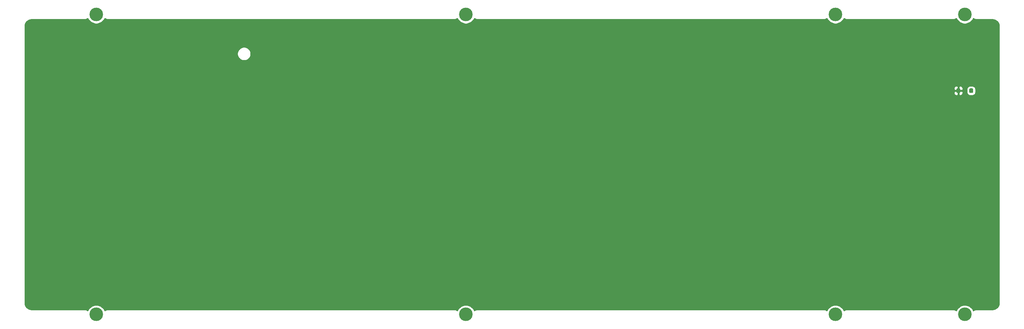
<source format=gbr>
G04 #@! TF.GenerationSoftware,KiCad,Pcbnew,(5.1.10-1-10_14)*
G04 #@! TF.CreationDate,2021-08-22T11:54:37-05:00*
G04 #@! TF.ProjectId,ori_bottom_plate,6f72695f-626f-4747-946f-6d5f706c6174,rev?*
G04 #@! TF.SameCoordinates,Original*
G04 #@! TF.FileFunction,Copper,L1,Top*
G04 #@! TF.FilePolarity,Positive*
%FSLAX46Y46*%
G04 Gerber Fmt 4.6, Leading zero omitted, Abs format (unit mm)*
G04 Created by KiCad (PCBNEW (5.1.10-1-10_14)) date 2021-08-22 11:54:37*
%MOMM*%
%LPD*%
G01*
G04 APERTURE LIST*
G04 #@! TA.AperFunction,ComponentPad*
%ADD10C,3.500000*%
G04 #@! TD*
G04 #@! TA.AperFunction,ViaPad*
%ADD11C,0.500000*%
G04 #@! TD*
G04 #@! TA.AperFunction,Conductor*
%ADD12C,0.250000*%
G04 #@! TD*
G04 #@! TA.AperFunction,Conductor*
%ADD13C,0.254000*%
G04 #@! TD*
G04 #@! TA.AperFunction,Conductor*
%ADD14C,0.100000*%
G04 #@! TD*
G04 APERTURE END LIST*
D10*
X356023442Y-117264265D03*
X356023442Y-39873575D03*
X260773394Y-117264265D03*
X260773394Y-39873575D03*
X165523314Y-117264265D03*
X165523314Y-39873575D03*
G04 #@! TA.AperFunction,SMDPad,CuDef*
G36*
G01*
X388211370Y-59168840D02*
X388211370Y-59868840D01*
G75*
G02*
X387961370Y-60118840I-250000J0D01*
G01*
X387461370Y-60118840D01*
G75*
G02*
X387211370Y-59868840I0J250000D01*
G01*
X387211370Y-59168840D01*
G75*
G02*
X387461370Y-58918840I250000J0D01*
G01*
X387961370Y-58918840D01*
G75*
G02*
X388211370Y-59168840I0J-250000D01*
G01*
G37*
G04 #@! TD.AperFunction*
G04 #@! TA.AperFunction,SMDPad,CuDef*
G36*
G01*
X391511370Y-59168840D02*
X391511370Y-59868840D01*
G75*
G02*
X391261370Y-60118840I-250000J0D01*
G01*
X390761370Y-60118840D01*
G75*
G02*
X390511370Y-59868840I0J250000D01*
G01*
X390511370Y-59168840D01*
G75*
G02*
X390761370Y-58918840I250000J0D01*
G01*
X391261370Y-58918840D01*
G75*
G02*
X391511370Y-59168840I0J-250000D01*
G01*
G37*
G04 #@! TD.AperFunction*
X389360818Y-39873640D03*
X389360818Y-117264200D03*
D11*
X385194165Y-59518840D03*
D12*
X387711370Y-59518840D02*
X385194165Y-59518840D01*
D13*
X353909882Y-41003296D02*
X354170892Y-41393924D01*
X354503093Y-41726125D01*
X354893721Y-41987135D01*
X355327763Y-42166921D01*
X355788540Y-42258575D01*
X356258344Y-42258575D01*
X356719121Y-42166921D01*
X357153163Y-41987135D01*
X357543791Y-41726125D01*
X357875992Y-41393924D01*
X358137002Y-41003296D01*
X358204230Y-40840992D01*
X358253148Y-40880889D01*
X358302967Y-40913988D01*
X358352330Y-40947788D01*
X358360437Y-40952170D01*
X358463022Y-41006716D01*
X358518329Y-41029511D01*
X358573307Y-41053075D01*
X358582111Y-41055800D01*
X358693337Y-41089381D01*
X358751988Y-41100994D01*
X358810525Y-41113437D01*
X358819690Y-41114400D01*
X358935321Y-41125738D01*
X358935325Y-41125738D01*
X358967308Y-41128888D01*
X386416488Y-41128888D01*
X386444470Y-41126132D01*
X386448039Y-41126157D01*
X386457211Y-41125258D01*
X386572758Y-41113114D01*
X386631361Y-41101084D01*
X386690119Y-41089876D01*
X386698941Y-41087212D01*
X386809930Y-41052855D01*
X386865012Y-41029701D01*
X386920536Y-41007268D01*
X386928672Y-41002941D01*
X387030874Y-40947681D01*
X387080442Y-40914246D01*
X387130523Y-40881475D01*
X387137664Y-40875651D01*
X387179890Y-40840719D01*
X387247258Y-41003361D01*
X387508268Y-41393989D01*
X387840469Y-41726190D01*
X388231097Y-41987200D01*
X388665139Y-42166986D01*
X389125916Y-42258640D01*
X389595720Y-42258640D01*
X390056497Y-42166986D01*
X390490539Y-41987200D01*
X390881167Y-41726190D01*
X391213368Y-41393989D01*
X391474378Y-41003361D01*
X391541651Y-40840950D01*
X391590620Y-40880889D01*
X391640439Y-40913988D01*
X391689802Y-40947788D01*
X391697909Y-40952170D01*
X391800494Y-41006716D01*
X391855801Y-41029511D01*
X391910779Y-41053075D01*
X391919583Y-41055800D01*
X392030809Y-41089381D01*
X392089460Y-41100994D01*
X392147997Y-41113437D01*
X392157162Y-41114400D01*
X392272793Y-41125738D01*
X392272808Y-41125738D01*
X392304801Y-41128888D01*
X396472881Y-41128761D01*
X396838861Y-41164646D01*
X397159864Y-41261562D01*
X397455930Y-41418983D01*
X397715777Y-41630909D01*
X397929515Y-41889272D01*
X398088998Y-42184230D01*
X398188154Y-42504552D01*
X398226411Y-42868543D01*
X398226410Y-114255541D01*
X398190524Y-114621531D01*
X398093607Y-114942538D01*
X397936187Y-115238599D01*
X397724259Y-115498448D01*
X397465896Y-115712186D01*
X397170940Y-115871668D01*
X396850618Y-115970824D01*
X396486642Y-116009079D01*
X392305169Y-116008952D01*
X392277177Y-116011708D01*
X392273596Y-116011683D01*
X392264425Y-116012582D01*
X392148877Y-116024726D01*
X392090267Y-116036757D01*
X392031517Y-116047964D01*
X392022695Y-116050628D01*
X391911706Y-116084985D01*
X391856624Y-116108139D01*
X391801100Y-116130572D01*
X391792964Y-116134899D01*
X391690762Y-116190159D01*
X391641171Y-116223609D01*
X391591113Y-116256365D01*
X391583972Y-116262189D01*
X391541746Y-116297121D01*
X391474378Y-116134479D01*
X391213368Y-115743851D01*
X390881167Y-115411650D01*
X390490539Y-115150640D01*
X390056497Y-114970854D01*
X389595720Y-114879200D01*
X389125916Y-114879200D01*
X388665139Y-114970854D01*
X388231097Y-115150640D01*
X387840469Y-115411650D01*
X387508268Y-115743851D01*
X387247258Y-116134479D01*
X387179985Y-116296890D01*
X387131016Y-116256952D01*
X387081212Y-116223863D01*
X387031834Y-116190053D01*
X387023728Y-116185670D01*
X386921142Y-116131125D01*
X386865856Y-116108338D01*
X386810857Y-116084765D01*
X386802054Y-116082040D01*
X386690827Y-116048459D01*
X386632176Y-116036846D01*
X386573639Y-116024403D01*
X386564474Y-116023440D01*
X386448844Y-116012102D01*
X386448837Y-116012102D01*
X386416854Y-116008952D01*
X358967776Y-116009017D01*
X358939804Y-116011772D01*
X358936225Y-116011747D01*
X358927054Y-116012646D01*
X358811506Y-116024790D01*
X358752896Y-116036821D01*
X358694146Y-116048028D01*
X358685324Y-116050692D01*
X358574335Y-116085049D01*
X358519253Y-116108203D01*
X358463729Y-116130636D01*
X358455593Y-116134963D01*
X358353391Y-116190223D01*
X358303800Y-116223673D01*
X358253742Y-116256429D01*
X358246601Y-116262253D01*
X358204371Y-116297188D01*
X358137002Y-116134544D01*
X357875992Y-115743916D01*
X357543791Y-115411715D01*
X357153163Y-115150705D01*
X356719121Y-114970919D01*
X356258344Y-114879265D01*
X355788540Y-114879265D01*
X355327763Y-114970919D01*
X354893721Y-115150705D01*
X354503093Y-115411715D01*
X354170892Y-115743916D01*
X353909882Y-116134544D01*
X353842611Y-116296951D01*
X353793645Y-116257016D01*
X353743841Y-116223927D01*
X353694463Y-116190117D01*
X353686357Y-116185734D01*
X353583771Y-116131189D01*
X353528485Y-116108402D01*
X353473486Y-116084829D01*
X353464683Y-116082104D01*
X353353456Y-116048523D01*
X353294805Y-116036910D01*
X353236268Y-116024467D01*
X353227103Y-116023504D01*
X353111473Y-116012166D01*
X353111458Y-116012166D01*
X353079485Y-116009017D01*
X263717757Y-116008952D01*
X263689775Y-116011708D01*
X263686204Y-116011683D01*
X263677033Y-116012582D01*
X263561485Y-116024726D01*
X263502875Y-116036757D01*
X263444125Y-116047964D01*
X263435303Y-116050628D01*
X263324314Y-116084985D01*
X263269232Y-116108139D01*
X263213708Y-116130572D01*
X263205572Y-116134899D01*
X263103370Y-116190159D01*
X263053779Y-116223609D01*
X263003721Y-116256365D01*
X262996580Y-116262189D01*
X262954311Y-116297157D01*
X262886954Y-116134544D01*
X262625944Y-115743916D01*
X262293743Y-115411715D01*
X261903115Y-115150705D01*
X261469073Y-114970919D01*
X261008296Y-114879265D01*
X260538492Y-114879265D01*
X260077715Y-114970919D01*
X259643673Y-115150705D01*
X259253045Y-115411715D01*
X258920844Y-115743916D01*
X258659834Y-116134544D01*
X258592589Y-116296887D01*
X258543624Y-116256952D01*
X258493820Y-116223863D01*
X258444442Y-116190053D01*
X258436336Y-116185670D01*
X258333750Y-116131125D01*
X258278464Y-116108338D01*
X258223465Y-116084765D01*
X258214662Y-116082040D01*
X258103435Y-116048459D01*
X258044784Y-116036846D01*
X257986247Y-116024403D01*
X257977082Y-116023440D01*
X257861452Y-116012102D01*
X257861446Y-116012102D01*
X257829463Y-116008952D01*
X168467649Y-116009017D01*
X168439677Y-116011772D01*
X168436097Y-116011747D01*
X168426926Y-116012646D01*
X168311378Y-116024790D01*
X168252768Y-116036821D01*
X168194018Y-116048028D01*
X168185196Y-116050692D01*
X168074207Y-116085049D01*
X168019125Y-116108203D01*
X167963601Y-116130636D01*
X167955465Y-116134963D01*
X167853263Y-116190223D01*
X167803672Y-116223673D01*
X167753614Y-116256429D01*
X167746473Y-116262253D01*
X167704243Y-116297188D01*
X167636874Y-116134544D01*
X167375864Y-115743916D01*
X167043663Y-115411715D01*
X166653035Y-115150705D01*
X166218993Y-114970919D01*
X165758216Y-114879265D01*
X165288412Y-114879265D01*
X164827635Y-114970919D01*
X164393593Y-115150705D01*
X164002965Y-115411715D01*
X163670764Y-115743916D01*
X163409754Y-116134544D01*
X163342483Y-116296951D01*
X163293517Y-116257016D01*
X163243713Y-116223927D01*
X163194335Y-116190117D01*
X163186229Y-116185734D01*
X163083643Y-116131189D01*
X163028357Y-116108402D01*
X162973358Y-116084829D01*
X162964555Y-116082104D01*
X162853328Y-116048523D01*
X162794677Y-116036910D01*
X162736140Y-116024467D01*
X162726975Y-116023504D01*
X162611345Y-116012166D01*
X162611336Y-116012166D01*
X162579353Y-116009016D01*
X148886396Y-116009081D01*
X148520399Y-115973194D01*
X148199392Y-115876277D01*
X147903331Y-115718857D01*
X147643482Y-115506929D01*
X147429744Y-115248566D01*
X147270262Y-114953610D01*
X147171106Y-114633288D01*
X147132850Y-114269307D01*
X147132850Y-60118840D01*
X386573298Y-60118840D01*
X386585558Y-60243322D01*
X386621868Y-60363020D01*
X386680833Y-60473334D01*
X386760185Y-60570025D01*
X386856876Y-60649377D01*
X386967190Y-60708342D01*
X387086888Y-60744652D01*
X387211370Y-60756912D01*
X387425620Y-60753840D01*
X387584370Y-60595090D01*
X387584370Y-59645840D01*
X387838370Y-59645840D01*
X387838370Y-60595090D01*
X387997120Y-60753840D01*
X388211370Y-60756912D01*
X388335852Y-60744652D01*
X388455550Y-60708342D01*
X388565864Y-60649377D01*
X388662555Y-60570025D01*
X388741907Y-60473334D01*
X388800872Y-60363020D01*
X388837182Y-60243322D01*
X388849442Y-60118840D01*
X388846370Y-59804590D01*
X388687620Y-59645840D01*
X387838370Y-59645840D01*
X387584370Y-59645840D01*
X386735120Y-59645840D01*
X386576370Y-59804590D01*
X386573298Y-60118840D01*
X147132850Y-60118840D01*
X147132850Y-58918840D01*
X386573298Y-58918840D01*
X386576370Y-59233090D01*
X386735120Y-59391840D01*
X387584370Y-59391840D01*
X387584370Y-58442590D01*
X387838370Y-58442590D01*
X387838370Y-59391840D01*
X388687620Y-59391840D01*
X388846370Y-59233090D01*
X388846998Y-59168840D01*
X389873298Y-59168840D01*
X389873298Y-59868840D01*
X389890362Y-60042094D01*
X389940898Y-60208690D01*
X390022965Y-60362226D01*
X390133408Y-60496802D01*
X390267984Y-60607245D01*
X390421520Y-60689312D01*
X390588116Y-60739848D01*
X390761370Y-60756912D01*
X391261370Y-60756912D01*
X391434624Y-60739848D01*
X391601220Y-60689312D01*
X391754756Y-60607245D01*
X391889332Y-60496802D01*
X391999775Y-60362226D01*
X392081842Y-60208690D01*
X392132378Y-60042094D01*
X392149442Y-59868840D01*
X392149442Y-59168840D01*
X392132378Y-58995586D01*
X392081842Y-58828990D01*
X391999775Y-58675454D01*
X391889332Y-58540878D01*
X391754756Y-58430435D01*
X391601220Y-58348368D01*
X391434624Y-58297832D01*
X391261370Y-58280768D01*
X390761370Y-58280768D01*
X390588116Y-58297832D01*
X390421520Y-58348368D01*
X390267984Y-58430435D01*
X390133408Y-58540878D01*
X390022965Y-58675454D01*
X389940898Y-58828990D01*
X389890362Y-58995586D01*
X389873298Y-59168840D01*
X388846998Y-59168840D01*
X388849442Y-58918840D01*
X388837182Y-58794358D01*
X388800872Y-58674660D01*
X388741907Y-58564346D01*
X388662555Y-58467655D01*
X388565864Y-58388303D01*
X388455550Y-58329338D01*
X388335852Y-58293028D01*
X388211370Y-58280768D01*
X387997120Y-58283840D01*
X387838370Y-58442590D01*
X387584370Y-58442590D01*
X387425620Y-58283840D01*
X387211370Y-58280768D01*
X387086888Y-58293028D01*
X386967190Y-58329338D01*
X386856876Y-58388303D01*
X386760185Y-58467655D01*
X386680833Y-58564346D01*
X386621868Y-58674660D01*
X386585558Y-58794358D01*
X386573298Y-58918840D01*
X147132850Y-58918840D01*
X147132850Y-49823061D01*
X201888474Y-49823061D01*
X201888474Y-50164827D01*
X201955149Y-50500025D01*
X202085937Y-50815775D01*
X202275811Y-51099942D01*
X202517476Y-51341607D01*
X202801643Y-51531481D01*
X203117393Y-51662269D01*
X203452591Y-51728944D01*
X203794357Y-51728944D01*
X204129555Y-51662269D01*
X204445305Y-51531481D01*
X204729472Y-51341607D01*
X204971137Y-51099942D01*
X205161011Y-50815775D01*
X205291799Y-50500025D01*
X205358474Y-50164827D01*
X205358474Y-49823061D01*
X205291799Y-49487863D01*
X205161011Y-49172113D01*
X204971137Y-48887946D01*
X204729472Y-48646281D01*
X204445305Y-48456407D01*
X204129555Y-48325619D01*
X203794357Y-48258944D01*
X203452591Y-48258944D01*
X203117393Y-48325619D01*
X202801643Y-48456407D01*
X202517476Y-48646281D01*
X202275811Y-48887946D01*
X202085937Y-49172113D01*
X201955149Y-49487863D01*
X201888474Y-49823061D01*
X147132850Y-49823061D01*
X147132850Y-42882299D01*
X147168736Y-42516309D01*
X147265652Y-42195306D01*
X147423073Y-41899240D01*
X147634999Y-41639393D01*
X147893362Y-41425655D01*
X148188320Y-41266172D01*
X148508642Y-41167016D01*
X148872628Y-41128759D01*
X162579169Y-41128888D01*
X162607154Y-41126132D01*
X162610727Y-41126157D01*
X162619899Y-41125258D01*
X162735446Y-41113114D01*
X162794049Y-41101084D01*
X162852807Y-41089876D01*
X162861629Y-41087212D01*
X162972618Y-41052855D01*
X163027700Y-41029701D01*
X163083224Y-41007268D01*
X163091360Y-41002941D01*
X163193562Y-40947681D01*
X163243130Y-40914246D01*
X163293211Y-40881475D01*
X163300352Y-40875651D01*
X163342455Y-40840821D01*
X163409754Y-41003296D01*
X163670764Y-41393924D01*
X164002965Y-41726125D01*
X164393593Y-41987135D01*
X164827635Y-42166921D01*
X165288412Y-42258575D01*
X165758216Y-42258575D01*
X166218993Y-42166921D01*
X166653035Y-41987135D01*
X167043663Y-41726125D01*
X167375864Y-41393924D01*
X167636874Y-41003296D01*
X167704175Y-40840817D01*
X167753308Y-40880889D01*
X167803127Y-40913988D01*
X167852490Y-40947788D01*
X167860597Y-40952170D01*
X167963182Y-41006716D01*
X168018489Y-41029511D01*
X168073467Y-41053075D01*
X168082271Y-41055800D01*
X168193497Y-41089381D01*
X168252148Y-41100994D01*
X168310685Y-41113437D01*
X168319850Y-41114400D01*
X168435481Y-41125738D01*
X168435485Y-41125738D01*
X168467468Y-41128888D01*
X257829096Y-41128888D01*
X257857078Y-41126132D01*
X257860647Y-41126157D01*
X257869819Y-41125258D01*
X257985366Y-41113114D01*
X258043969Y-41101084D01*
X258102727Y-41089876D01*
X258111549Y-41087212D01*
X258222538Y-41052855D01*
X258277620Y-41029701D01*
X258333144Y-41007268D01*
X258341280Y-41002941D01*
X258443482Y-40947681D01*
X258493050Y-40914246D01*
X258543131Y-40881475D01*
X258550272Y-40875651D01*
X258592494Y-40840722D01*
X258659834Y-41003296D01*
X258920844Y-41393924D01*
X259253045Y-41726125D01*
X259643673Y-41987135D01*
X260077715Y-42166921D01*
X260538492Y-42258575D01*
X261008296Y-42258575D01*
X261469073Y-42166921D01*
X261903115Y-41987135D01*
X262293743Y-41726125D01*
X262625944Y-41393924D01*
X262886954Y-41003296D01*
X262954215Y-40840914D01*
X263003228Y-40880889D01*
X263053047Y-40913988D01*
X263102410Y-40947788D01*
X263110517Y-40952170D01*
X263213102Y-41006716D01*
X263268409Y-41029511D01*
X263323387Y-41053075D01*
X263332191Y-41055800D01*
X263443417Y-41089381D01*
X263502068Y-41100994D01*
X263560605Y-41113437D01*
X263569770Y-41114400D01*
X263685401Y-41125738D01*
X263685405Y-41125738D01*
X263717388Y-41128888D01*
X353079016Y-41128888D01*
X353106998Y-41126132D01*
X353110567Y-41126157D01*
X353119739Y-41125258D01*
X353235286Y-41113114D01*
X353293889Y-41101084D01*
X353352647Y-41089876D01*
X353361469Y-41087212D01*
X353472458Y-41052855D01*
X353527540Y-41029701D01*
X353583064Y-41007268D01*
X353591200Y-41002941D01*
X353693402Y-40947681D01*
X353742970Y-40914246D01*
X353793051Y-40881475D01*
X353800192Y-40875651D01*
X353842509Y-40840643D01*
X353909882Y-41003296D01*
G04 #@! TA.AperFunction,Conductor*
D14*
G36*
X353909882Y-41003296D02*
G01*
X354170892Y-41393924D01*
X354503093Y-41726125D01*
X354893721Y-41987135D01*
X355327763Y-42166921D01*
X355788540Y-42258575D01*
X356258344Y-42258575D01*
X356719121Y-42166921D01*
X357153163Y-41987135D01*
X357543791Y-41726125D01*
X357875992Y-41393924D01*
X358137002Y-41003296D01*
X358204230Y-40840992D01*
X358253148Y-40880889D01*
X358302967Y-40913988D01*
X358352330Y-40947788D01*
X358360437Y-40952170D01*
X358463022Y-41006716D01*
X358518329Y-41029511D01*
X358573307Y-41053075D01*
X358582111Y-41055800D01*
X358693337Y-41089381D01*
X358751988Y-41100994D01*
X358810525Y-41113437D01*
X358819690Y-41114400D01*
X358935321Y-41125738D01*
X358935325Y-41125738D01*
X358967308Y-41128888D01*
X386416488Y-41128888D01*
X386444470Y-41126132D01*
X386448039Y-41126157D01*
X386457211Y-41125258D01*
X386572758Y-41113114D01*
X386631361Y-41101084D01*
X386690119Y-41089876D01*
X386698941Y-41087212D01*
X386809930Y-41052855D01*
X386865012Y-41029701D01*
X386920536Y-41007268D01*
X386928672Y-41002941D01*
X387030874Y-40947681D01*
X387080442Y-40914246D01*
X387130523Y-40881475D01*
X387137664Y-40875651D01*
X387179890Y-40840719D01*
X387247258Y-41003361D01*
X387508268Y-41393989D01*
X387840469Y-41726190D01*
X388231097Y-41987200D01*
X388665139Y-42166986D01*
X389125916Y-42258640D01*
X389595720Y-42258640D01*
X390056497Y-42166986D01*
X390490539Y-41987200D01*
X390881167Y-41726190D01*
X391213368Y-41393989D01*
X391474378Y-41003361D01*
X391541651Y-40840950D01*
X391590620Y-40880889D01*
X391640439Y-40913988D01*
X391689802Y-40947788D01*
X391697909Y-40952170D01*
X391800494Y-41006716D01*
X391855801Y-41029511D01*
X391910779Y-41053075D01*
X391919583Y-41055800D01*
X392030809Y-41089381D01*
X392089460Y-41100994D01*
X392147997Y-41113437D01*
X392157162Y-41114400D01*
X392272793Y-41125738D01*
X392272808Y-41125738D01*
X392304801Y-41128888D01*
X396472881Y-41128761D01*
X396838861Y-41164646D01*
X397159864Y-41261562D01*
X397455930Y-41418983D01*
X397715777Y-41630909D01*
X397929515Y-41889272D01*
X398088998Y-42184230D01*
X398188154Y-42504552D01*
X398226411Y-42868543D01*
X398226410Y-114255541D01*
X398190524Y-114621531D01*
X398093607Y-114942538D01*
X397936187Y-115238599D01*
X397724259Y-115498448D01*
X397465896Y-115712186D01*
X397170940Y-115871668D01*
X396850618Y-115970824D01*
X396486642Y-116009079D01*
X392305169Y-116008952D01*
X392277177Y-116011708D01*
X392273596Y-116011683D01*
X392264425Y-116012582D01*
X392148877Y-116024726D01*
X392090267Y-116036757D01*
X392031517Y-116047964D01*
X392022695Y-116050628D01*
X391911706Y-116084985D01*
X391856624Y-116108139D01*
X391801100Y-116130572D01*
X391792964Y-116134899D01*
X391690762Y-116190159D01*
X391641171Y-116223609D01*
X391591113Y-116256365D01*
X391583972Y-116262189D01*
X391541746Y-116297121D01*
X391474378Y-116134479D01*
X391213368Y-115743851D01*
X390881167Y-115411650D01*
X390490539Y-115150640D01*
X390056497Y-114970854D01*
X389595720Y-114879200D01*
X389125916Y-114879200D01*
X388665139Y-114970854D01*
X388231097Y-115150640D01*
X387840469Y-115411650D01*
X387508268Y-115743851D01*
X387247258Y-116134479D01*
X387179985Y-116296890D01*
X387131016Y-116256952D01*
X387081212Y-116223863D01*
X387031834Y-116190053D01*
X387023728Y-116185670D01*
X386921142Y-116131125D01*
X386865856Y-116108338D01*
X386810857Y-116084765D01*
X386802054Y-116082040D01*
X386690827Y-116048459D01*
X386632176Y-116036846D01*
X386573639Y-116024403D01*
X386564474Y-116023440D01*
X386448844Y-116012102D01*
X386448837Y-116012102D01*
X386416854Y-116008952D01*
X358967776Y-116009017D01*
X358939804Y-116011772D01*
X358936225Y-116011747D01*
X358927054Y-116012646D01*
X358811506Y-116024790D01*
X358752896Y-116036821D01*
X358694146Y-116048028D01*
X358685324Y-116050692D01*
X358574335Y-116085049D01*
X358519253Y-116108203D01*
X358463729Y-116130636D01*
X358455593Y-116134963D01*
X358353391Y-116190223D01*
X358303800Y-116223673D01*
X358253742Y-116256429D01*
X358246601Y-116262253D01*
X358204371Y-116297188D01*
X358137002Y-116134544D01*
X357875992Y-115743916D01*
X357543791Y-115411715D01*
X357153163Y-115150705D01*
X356719121Y-114970919D01*
X356258344Y-114879265D01*
X355788540Y-114879265D01*
X355327763Y-114970919D01*
X354893721Y-115150705D01*
X354503093Y-115411715D01*
X354170892Y-115743916D01*
X353909882Y-116134544D01*
X353842611Y-116296951D01*
X353793645Y-116257016D01*
X353743841Y-116223927D01*
X353694463Y-116190117D01*
X353686357Y-116185734D01*
X353583771Y-116131189D01*
X353528485Y-116108402D01*
X353473486Y-116084829D01*
X353464683Y-116082104D01*
X353353456Y-116048523D01*
X353294805Y-116036910D01*
X353236268Y-116024467D01*
X353227103Y-116023504D01*
X353111473Y-116012166D01*
X353111458Y-116012166D01*
X353079485Y-116009017D01*
X263717757Y-116008952D01*
X263689775Y-116011708D01*
X263686204Y-116011683D01*
X263677033Y-116012582D01*
X263561485Y-116024726D01*
X263502875Y-116036757D01*
X263444125Y-116047964D01*
X263435303Y-116050628D01*
X263324314Y-116084985D01*
X263269232Y-116108139D01*
X263213708Y-116130572D01*
X263205572Y-116134899D01*
X263103370Y-116190159D01*
X263053779Y-116223609D01*
X263003721Y-116256365D01*
X262996580Y-116262189D01*
X262954311Y-116297157D01*
X262886954Y-116134544D01*
X262625944Y-115743916D01*
X262293743Y-115411715D01*
X261903115Y-115150705D01*
X261469073Y-114970919D01*
X261008296Y-114879265D01*
X260538492Y-114879265D01*
X260077715Y-114970919D01*
X259643673Y-115150705D01*
X259253045Y-115411715D01*
X258920844Y-115743916D01*
X258659834Y-116134544D01*
X258592589Y-116296887D01*
X258543624Y-116256952D01*
X258493820Y-116223863D01*
X258444442Y-116190053D01*
X258436336Y-116185670D01*
X258333750Y-116131125D01*
X258278464Y-116108338D01*
X258223465Y-116084765D01*
X258214662Y-116082040D01*
X258103435Y-116048459D01*
X258044784Y-116036846D01*
X257986247Y-116024403D01*
X257977082Y-116023440D01*
X257861452Y-116012102D01*
X257861446Y-116012102D01*
X257829463Y-116008952D01*
X168467649Y-116009017D01*
X168439677Y-116011772D01*
X168436097Y-116011747D01*
X168426926Y-116012646D01*
X168311378Y-116024790D01*
X168252768Y-116036821D01*
X168194018Y-116048028D01*
X168185196Y-116050692D01*
X168074207Y-116085049D01*
X168019125Y-116108203D01*
X167963601Y-116130636D01*
X167955465Y-116134963D01*
X167853263Y-116190223D01*
X167803672Y-116223673D01*
X167753614Y-116256429D01*
X167746473Y-116262253D01*
X167704243Y-116297188D01*
X167636874Y-116134544D01*
X167375864Y-115743916D01*
X167043663Y-115411715D01*
X166653035Y-115150705D01*
X166218993Y-114970919D01*
X165758216Y-114879265D01*
X165288412Y-114879265D01*
X164827635Y-114970919D01*
X164393593Y-115150705D01*
X164002965Y-115411715D01*
X163670764Y-115743916D01*
X163409754Y-116134544D01*
X163342483Y-116296951D01*
X163293517Y-116257016D01*
X163243713Y-116223927D01*
X163194335Y-116190117D01*
X163186229Y-116185734D01*
X163083643Y-116131189D01*
X163028357Y-116108402D01*
X162973358Y-116084829D01*
X162964555Y-116082104D01*
X162853328Y-116048523D01*
X162794677Y-116036910D01*
X162736140Y-116024467D01*
X162726975Y-116023504D01*
X162611345Y-116012166D01*
X162611336Y-116012166D01*
X162579353Y-116009016D01*
X148886396Y-116009081D01*
X148520399Y-115973194D01*
X148199392Y-115876277D01*
X147903331Y-115718857D01*
X147643482Y-115506929D01*
X147429744Y-115248566D01*
X147270262Y-114953610D01*
X147171106Y-114633288D01*
X147132850Y-114269307D01*
X147132850Y-60118840D01*
X386573298Y-60118840D01*
X386585558Y-60243322D01*
X386621868Y-60363020D01*
X386680833Y-60473334D01*
X386760185Y-60570025D01*
X386856876Y-60649377D01*
X386967190Y-60708342D01*
X387086888Y-60744652D01*
X387211370Y-60756912D01*
X387425620Y-60753840D01*
X387584370Y-60595090D01*
X387584370Y-59645840D01*
X387838370Y-59645840D01*
X387838370Y-60595090D01*
X387997120Y-60753840D01*
X388211370Y-60756912D01*
X388335852Y-60744652D01*
X388455550Y-60708342D01*
X388565864Y-60649377D01*
X388662555Y-60570025D01*
X388741907Y-60473334D01*
X388800872Y-60363020D01*
X388837182Y-60243322D01*
X388849442Y-60118840D01*
X388846370Y-59804590D01*
X388687620Y-59645840D01*
X387838370Y-59645840D01*
X387584370Y-59645840D01*
X386735120Y-59645840D01*
X386576370Y-59804590D01*
X386573298Y-60118840D01*
X147132850Y-60118840D01*
X147132850Y-58918840D01*
X386573298Y-58918840D01*
X386576370Y-59233090D01*
X386735120Y-59391840D01*
X387584370Y-59391840D01*
X387584370Y-58442590D01*
X387838370Y-58442590D01*
X387838370Y-59391840D01*
X388687620Y-59391840D01*
X388846370Y-59233090D01*
X388846998Y-59168840D01*
X389873298Y-59168840D01*
X389873298Y-59868840D01*
X389890362Y-60042094D01*
X389940898Y-60208690D01*
X390022965Y-60362226D01*
X390133408Y-60496802D01*
X390267984Y-60607245D01*
X390421520Y-60689312D01*
X390588116Y-60739848D01*
X390761370Y-60756912D01*
X391261370Y-60756912D01*
X391434624Y-60739848D01*
X391601220Y-60689312D01*
X391754756Y-60607245D01*
X391889332Y-60496802D01*
X391999775Y-60362226D01*
X392081842Y-60208690D01*
X392132378Y-60042094D01*
X392149442Y-59868840D01*
X392149442Y-59168840D01*
X392132378Y-58995586D01*
X392081842Y-58828990D01*
X391999775Y-58675454D01*
X391889332Y-58540878D01*
X391754756Y-58430435D01*
X391601220Y-58348368D01*
X391434624Y-58297832D01*
X391261370Y-58280768D01*
X390761370Y-58280768D01*
X390588116Y-58297832D01*
X390421520Y-58348368D01*
X390267984Y-58430435D01*
X390133408Y-58540878D01*
X390022965Y-58675454D01*
X389940898Y-58828990D01*
X389890362Y-58995586D01*
X389873298Y-59168840D01*
X388846998Y-59168840D01*
X388849442Y-58918840D01*
X388837182Y-58794358D01*
X388800872Y-58674660D01*
X388741907Y-58564346D01*
X388662555Y-58467655D01*
X388565864Y-58388303D01*
X388455550Y-58329338D01*
X388335852Y-58293028D01*
X388211370Y-58280768D01*
X387997120Y-58283840D01*
X387838370Y-58442590D01*
X387584370Y-58442590D01*
X387425620Y-58283840D01*
X387211370Y-58280768D01*
X387086888Y-58293028D01*
X386967190Y-58329338D01*
X386856876Y-58388303D01*
X386760185Y-58467655D01*
X386680833Y-58564346D01*
X386621868Y-58674660D01*
X386585558Y-58794358D01*
X386573298Y-58918840D01*
X147132850Y-58918840D01*
X147132850Y-49823061D01*
X201888474Y-49823061D01*
X201888474Y-50164827D01*
X201955149Y-50500025D01*
X202085937Y-50815775D01*
X202275811Y-51099942D01*
X202517476Y-51341607D01*
X202801643Y-51531481D01*
X203117393Y-51662269D01*
X203452591Y-51728944D01*
X203794357Y-51728944D01*
X204129555Y-51662269D01*
X204445305Y-51531481D01*
X204729472Y-51341607D01*
X204971137Y-51099942D01*
X205161011Y-50815775D01*
X205291799Y-50500025D01*
X205358474Y-50164827D01*
X205358474Y-49823061D01*
X205291799Y-49487863D01*
X205161011Y-49172113D01*
X204971137Y-48887946D01*
X204729472Y-48646281D01*
X204445305Y-48456407D01*
X204129555Y-48325619D01*
X203794357Y-48258944D01*
X203452591Y-48258944D01*
X203117393Y-48325619D01*
X202801643Y-48456407D01*
X202517476Y-48646281D01*
X202275811Y-48887946D01*
X202085937Y-49172113D01*
X201955149Y-49487863D01*
X201888474Y-49823061D01*
X147132850Y-49823061D01*
X147132850Y-42882299D01*
X147168736Y-42516309D01*
X147265652Y-42195306D01*
X147423073Y-41899240D01*
X147634999Y-41639393D01*
X147893362Y-41425655D01*
X148188320Y-41266172D01*
X148508642Y-41167016D01*
X148872628Y-41128759D01*
X162579169Y-41128888D01*
X162607154Y-41126132D01*
X162610727Y-41126157D01*
X162619899Y-41125258D01*
X162735446Y-41113114D01*
X162794049Y-41101084D01*
X162852807Y-41089876D01*
X162861629Y-41087212D01*
X162972618Y-41052855D01*
X163027700Y-41029701D01*
X163083224Y-41007268D01*
X163091360Y-41002941D01*
X163193562Y-40947681D01*
X163243130Y-40914246D01*
X163293211Y-40881475D01*
X163300352Y-40875651D01*
X163342455Y-40840821D01*
X163409754Y-41003296D01*
X163670764Y-41393924D01*
X164002965Y-41726125D01*
X164393593Y-41987135D01*
X164827635Y-42166921D01*
X165288412Y-42258575D01*
X165758216Y-42258575D01*
X166218993Y-42166921D01*
X166653035Y-41987135D01*
X167043663Y-41726125D01*
X167375864Y-41393924D01*
X167636874Y-41003296D01*
X167704175Y-40840817D01*
X167753308Y-40880889D01*
X167803127Y-40913988D01*
X167852490Y-40947788D01*
X167860597Y-40952170D01*
X167963182Y-41006716D01*
X168018489Y-41029511D01*
X168073467Y-41053075D01*
X168082271Y-41055800D01*
X168193497Y-41089381D01*
X168252148Y-41100994D01*
X168310685Y-41113437D01*
X168319850Y-41114400D01*
X168435481Y-41125738D01*
X168435485Y-41125738D01*
X168467468Y-41128888D01*
X257829096Y-41128888D01*
X257857078Y-41126132D01*
X257860647Y-41126157D01*
X257869819Y-41125258D01*
X257985366Y-41113114D01*
X258043969Y-41101084D01*
X258102727Y-41089876D01*
X258111549Y-41087212D01*
X258222538Y-41052855D01*
X258277620Y-41029701D01*
X258333144Y-41007268D01*
X258341280Y-41002941D01*
X258443482Y-40947681D01*
X258493050Y-40914246D01*
X258543131Y-40881475D01*
X258550272Y-40875651D01*
X258592494Y-40840722D01*
X258659834Y-41003296D01*
X258920844Y-41393924D01*
X259253045Y-41726125D01*
X259643673Y-41987135D01*
X260077715Y-42166921D01*
X260538492Y-42258575D01*
X261008296Y-42258575D01*
X261469073Y-42166921D01*
X261903115Y-41987135D01*
X262293743Y-41726125D01*
X262625944Y-41393924D01*
X262886954Y-41003296D01*
X262954215Y-40840914D01*
X263003228Y-40880889D01*
X263053047Y-40913988D01*
X263102410Y-40947788D01*
X263110517Y-40952170D01*
X263213102Y-41006716D01*
X263268409Y-41029511D01*
X263323387Y-41053075D01*
X263332191Y-41055800D01*
X263443417Y-41089381D01*
X263502068Y-41100994D01*
X263560605Y-41113437D01*
X263569770Y-41114400D01*
X263685401Y-41125738D01*
X263685405Y-41125738D01*
X263717388Y-41128888D01*
X353079016Y-41128888D01*
X353106998Y-41126132D01*
X353110567Y-41126157D01*
X353119739Y-41125258D01*
X353235286Y-41113114D01*
X353293889Y-41101084D01*
X353352647Y-41089876D01*
X353361469Y-41087212D01*
X353472458Y-41052855D01*
X353527540Y-41029701D01*
X353583064Y-41007268D01*
X353591200Y-41002941D01*
X353693402Y-40947681D01*
X353742970Y-40914246D01*
X353793051Y-40881475D01*
X353800192Y-40875651D01*
X353842509Y-40840643D01*
X353909882Y-41003296D01*
G37*
G04 #@! TD.AperFunction*
M02*

</source>
